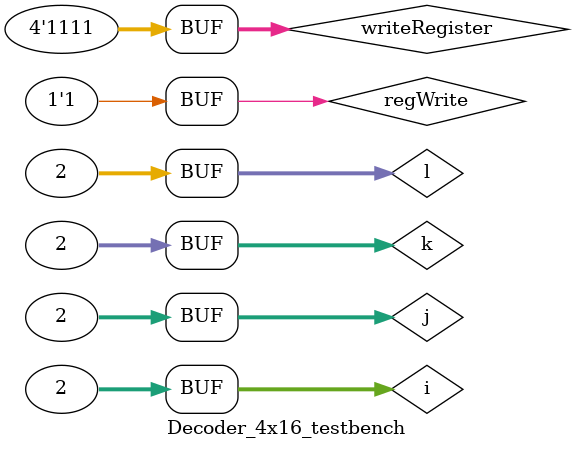
<source format=sv>
`timescale 1ps/1ps

module Decoder_4x16 (regWrite, writeRegister, out);
	input logic regWrite;
	input logic [3:0] writeRegister;
	output logic [15:0] out;

	logic notR2, notR3;
	
	inverter inv2 (.in(writeRegister[2]), .out(notR2));
	inverter inv3 (.in(writeRegister[3]), .out(notR3));
	
	logic foursRegWrite, eightsRegWrite, twelvsRegWrite, sixteenRegWrite;
	and_gate_3_inputs and4 (.a(regWrite), .b(notR2), .c(notR3), .out(foursRegWrite));
	and_gate_3_inputs and8 (.a(regWrite), .b(writeRegister[2]), .c(notR3), .out(eightsRegWrite));
	and_gate_3_inputs and12 (.a(regWrite), .b(notR2), .c(writeRegister[3]), .out(twelvsRegWrite));
	and_gate_3_inputs and16 (.a(regWrite), .b(writeRegister[2]), .c(writeRegister[3]), .out(sixteenRegWrite));
	
	Decoder_2x4 fours (.regWrite(foursRegWrite), .writeRegister(writeRegister[1:0]), .out(out[3:0]));
	Decoder_2x4 eights (.regWrite(eightsRegWrite), .writeRegister(writeRegister[1:0]), .out(out[7:4]));
	Decoder_2x4 twelvs (.regWrite(twelvsRegWrite), .writeRegister(writeRegister[1:0]), .out(out[11:8]));
	Decoder_2x4 sixteens (.regWrite(sixteenRegWrite), .writeRegister(writeRegister[1:0]), .out(out[15:12]));

endmodule

module Decoder_4x16_testbench();
	logic regWrite;
	logic [3:0] writeRegister;
	logic [15:0] out;

	Decoder_4x16 dut (.regWrite, .writeRegister, .out);
	
	integer i,j,k,l;
	
	initial begin
		regWrite = 1; writeRegister = 4'b000; #50;
		for(i = 0; i <= 1; i++) begin
			for(j = 0; j<=1; j++) begin
				for(k = 0; k <= 1; k++) begin
					for(l = 0; l <= 1; l++) begin
						writeRegister[3] = i;
						writeRegister[2] = j;
						writeRegister[1] = k;
						writeRegister[0] = l;
						#200;
					end
				end
			end
		end
	end

endmodule 
</source>
